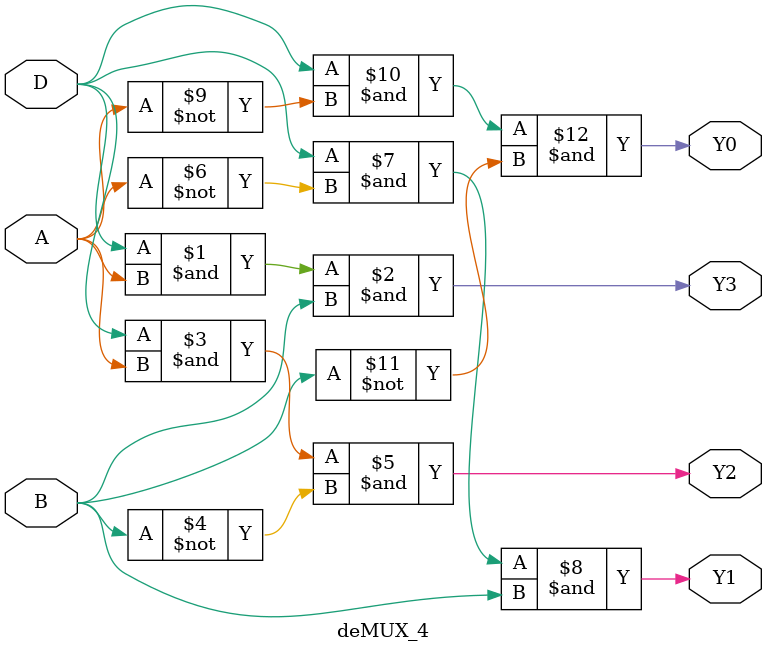
<source format=v>
module deMUX_4(D,A,B,Y3,Y2,Y1,Y0);
  input D,A,B;
  output Y3,Y2,Y1,Y0;
  assign Y3=D&A&B;
  assign Y2=D&A&~B;
  assign Y1=D&~A&B;
  assign Y0=D&~A&~B;
endmodule



</source>
